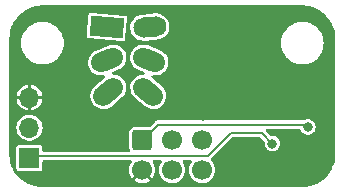
<source format=gbl>
G04 #@! TF.GenerationSoftware,KiCad,Pcbnew,7.0.9*
G04 #@! TF.CreationDate,2025-02-16T20:28:53+01:00*
G04 #@! TF.ProjectId,sao_pcb,73616f5f-7063-4622-9e6b-696361645f70,rev?*
G04 #@! TF.SameCoordinates,Original*
G04 #@! TF.FileFunction,Copper,L2,Bot*
G04 #@! TF.FilePolarity,Positive*
%FSLAX46Y46*%
G04 Gerber Fmt 4.6, Leading zero omitted, Abs format (unit mm)*
G04 Created by KiCad (PCBNEW 7.0.9) date 2025-02-16 20:28:53*
%MOMM*%
%LPD*%
G01*
G04 APERTURE LIST*
G04 Aperture macros list*
%AMRoundRect*
0 Rectangle with rounded corners*
0 $1 Rounding radius*
0 $2 $3 $4 $5 $6 $7 $8 $9 X,Y pos of 4 corners*
0 Add a 4 corners polygon primitive as box body*
4,1,4,$2,$3,$4,$5,$6,$7,$8,$9,$2,$3,0*
0 Add four circle primitives for the rounded corners*
1,1,$1+$1,$2,$3*
1,1,$1+$1,$4,$5*
1,1,$1+$1,$6,$7*
1,1,$1+$1,$8,$9*
0 Add four rect primitives between the rounded corners*
20,1,$1+$1,$2,$3,$4,$5,0*
20,1,$1+$1,$4,$5,$6,$7,0*
20,1,$1+$1,$6,$7,$8,$9,0*
20,1,$1+$1,$8,$9,$2,$3,0*%
%AMHorizOval*
0 Thick line with rounded ends*
0 $1 width*
0 $2 $3 position (X,Y) of the first rounded end (center of the circle)*
0 $4 $5 position (X,Y) of the second rounded end (center of the circle)*
0 Add line between two ends*
20,1,$1,$2,$3,$4,$5,0*
0 Add two circle primitives to create the rounded ends*
1,1,$1,$2,$3*
1,1,$1,$4,$5*%
%AMRotRect*
0 Rectangle, with rotation*
0 The origin of the aperture is its center*
0 $1 length*
0 $2 width*
0 $3 Rotation angle, in degrees counterclockwise*
0 Add horizontal line*
21,1,$1,$2,0,0,$3*%
G04 Aperture macros list end*
G04 #@! TA.AperFunction,ComponentPad*
%ADD10RotRect,2.800000X1.700000X355.000000*%
G04 #@! TD*
G04 #@! TA.AperFunction,ComponentPad*
%ADD11HorizOval,1.700000X0.547907X0.047936X-0.547907X-0.047936X0*%
G04 #@! TD*
G04 #@! TA.AperFunction,ComponentPad*
%ADD12HorizOval,1.700000X0.509951X0.206034X-0.509951X-0.206034X0*%
G04 #@! TD*
G04 #@! TA.AperFunction,ComponentPad*
%ADD13HorizOval,1.700000X0.509951X-0.206034X-0.509951X0.206034X0*%
G04 #@! TD*
G04 #@! TA.AperFunction,ComponentPad*
%ADD14HorizOval,1.700000X0.421324X0.353533X-0.421324X-0.353533X0*%
G04 #@! TD*
G04 #@! TA.AperFunction,ComponentPad*
%ADD15HorizOval,1.700000X0.421324X-0.353533X-0.421324X0.353533X0*%
G04 #@! TD*
G04 #@! TA.AperFunction,ComponentPad*
%ADD16C,1.700000*%
G04 #@! TD*
G04 #@! TA.AperFunction,ComponentPad*
%ADD17RoundRect,0.250000X-0.600000X0.600000X-0.600000X-0.600000X0.600000X-0.600000X0.600000X0.600000X0*%
G04 #@! TD*
G04 #@! TA.AperFunction,ComponentPad*
%ADD18O,1.700000X1.700000*%
G04 #@! TD*
G04 #@! TA.AperFunction,ComponentPad*
%ADD19R,1.700000X1.700000*%
G04 #@! TD*
G04 #@! TA.AperFunction,ViaPad*
%ADD20C,0.800000*%
G04 #@! TD*
G04 #@! TA.AperFunction,Conductor*
%ADD21C,0.200000*%
G04 #@! TD*
G04 APERTURE END LIST*
D10*
X149452093Y-75635030D03*
D11*
X153087907Y-75635030D03*
D12*
X149490049Y-78429000D03*
D13*
X153049951Y-78429000D03*
D14*
X149578676Y-81116499D03*
D15*
X152961324Y-81116499D03*
D16*
X157535000Y-87740000D03*
X157535000Y-85200000D03*
X154995000Y-87740000D03*
X154995000Y-85200000D03*
X152455000Y-87740000D03*
D17*
X152455000Y-85200000D03*
D18*
X142900000Y-81620000D03*
X142900000Y-84160000D03*
D19*
X142900000Y-86700000D03*
D20*
X141700000Y-85200000D03*
X159500000Y-88500000D03*
X154300000Y-83000000D03*
X145300000Y-82000000D03*
X146500000Y-78300000D03*
X146300000Y-74600000D03*
X157500000Y-80400000D03*
X157400000Y-76800000D03*
X157600000Y-83200000D03*
X160100000Y-82200000D03*
X160100000Y-75400000D03*
X160100000Y-78700000D03*
X151200000Y-82500000D03*
X141800000Y-78500000D03*
X144200000Y-88699998D03*
X156500000Y-74300000D03*
X168000000Y-87300000D03*
X164000000Y-79200000D03*
X168200000Y-79200000D03*
X164900000Y-74500000D03*
X162800000Y-74500000D03*
X168200000Y-81600000D03*
X166465000Y-84100000D03*
X163465000Y-85500000D03*
D21*
X158011346Y-86550000D02*
X143050000Y-86550000D01*
X159961346Y-84600000D02*
X158011346Y-86550000D01*
X163465000Y-85500000D02*
X162565000Y-84600000D01*
X162565000Y-84600000D02*
X159961346Y-84600000D01*
X143050000Y-86550000D02*
X142900000Y-86700000D01*
X152455000Y-85200000D02*
X153755000Y-83900000D01*
X166265000Y-83900000D02*
X166465000Y-84100000D01*
X153755000Y-83900000D02*
X166265000Y-83900000D01*
G04 #@! TA.AperFunction,Conductor*
G36*
X166001735Y-73800598D02*
G01*
X166148378Y-73808832D01*
X166309976Y-73817908D01*
X166316867Y-73818684D01*
X166575799Y-73862678D01*
X166619509Y-73870105D01*
X166626293Y-73871653D01*
X166921270Y-73956635D01*
X166927834Y-73958932D01*
X167211449Y-74076408D01*
X167217697Y-74079418D01*
X167409275Y-74185299D01*
X167486373Y-74227910D01*
X167492265Y-74231612D01*
X167742623Y-74409250D01*
X167748050Y-74413578D01*
X167898816Y-74548311D01*
X167976946Y-74618133D01*
X167981866Y-74623053D01*
X168036094Y-74683733D01*
X168186420Y-74851947D01*
X168190749Y-74857376D01*
X168368387Y-75107734D01*
X168372089Y-75113626D01*
X168520577Y-75382293D01*
X168523594Y-75388558D01*
X168543390Y-75436349D01*
X168641066Y-75672162D01*
X168643364Y-75678729D01*
X168728346Y-75973706D01*
X168729894Y-75980490D01*
X168781313Y-76283118D01*
X168782092Y-76290032D01*
X168799402Y-76598264D01*
X168799500Y-76601741D01*
X168799500Y-86398258D01*
X168799402Y-86401735D01*
X168782092Y-86709967D01*
X168781313Y-86716881D01*
X168729894Y-87019509D01*
X168728346Y-87026293D01*
X168643364Y-87321270D01*
X168641066Y-87327837D01*
X168523596Y-87611437D01*
X168520577Y-87617706D01*
X168372089Y-87886373D01*
X168368387Y-87892265D01*
X168190749Y-88142623D01*
X168186411Y-88148063D01*
X167981866Y-88376946D01*
X167976946Y-88381866D01*
X167748063Y-88586411D01*
X167742623Y-88590749D01*
X167492265Y-88768387D01*
X167486373Y-88772089D01*
X167217706Y-88920577D01*
X167211437Y-88923596D01*
X166927837Y-89041066D01*
X166921270Y-89043364D01*
X166626293Y-89128346D01*
X166619509Y-89129894D01*
X166316881Y-89181313D01*
X166309967Y-89182092D01*
X166001735Y-89199402D01*
X165998258Y-89199500D01*
X144001742Y-89199500D01*
X143998265Y-89199402D01*
X143690032Y-89182092D01*
X143683118Y-89181313D01*
X143380490Y-89129894D01*
X143373706Y-89128346D01*
X143078729Y-89043364D01*
X143072162Y-89041066D01*
X142892557Y-88966672D01*
X142788558Y-88923594D01*
X142782293Y-88920577D01*
X142513626Y-88772089D01*
X142507734Y-88768387D01*
X142257376Y-88590749D01*
X142251947Y-88586420D01*
X142062260Y-88416904D01*
X142023053Y-88381866D01*
X142018133Y-88376946D01*
X141895749Y-88240000D01*
X141813578Y-88148050D01*
X141809250Y-88142623D01*
X141631612Y-87892265D01*
X141627910Y-87886373D01*
X141547012Y-87740000D01*
X141479418Y-87617697D01*
X141476408Y-87611449D01*
X141461177Y-87574678D01*
X141799500Y-87574678D01*
X141814032Y-87647735D01*
X141814033Y-87647739D01*
X141814034Y-87647740D01*
X141869399Y-87730601D01*
X141952260Y-87785966D01*
X141952264Y-87785967D01*
X142025321Y-87800499D01*
X142025324Y-87800500D01*
X142025326Y-87800500D01*
X143774676Y-87800500D01*
X143774677Y-87800499D01*
X143847740Y-87785966D01*
X143930601Y-87730601D01*
X143985966Y-87647740D01*
X144000500Y-87574674D01*
X144000500Y-87024500D01*
X144020185Y-86957461D01*
X144072989Y-86911706D01*
X144124500Y-86900500D01*
X151461518Y-86900500D01*
X151528557Y-86920185D01*
X151574312Y-86972989D01*
X151584256Y-87042147D01*
X151560472Y-87099226D01*
X151515755Y-87158440D01*
X151424886Y-87340930D01*
X151424883Y-87340936D01*
X151369097Y-87537007D01*
X151369096Y-87537010D01*
X151350287Y-87739999D01*
X151350287Y-87740000D01*
X151369096Y-87942989D01*
X151369097Y-87942992D01*
X151424883Y-88139063D01*
X151424886Y-88139069D01*
X151515754Y-88321556D01*
X151593592Y-88424630D01*
X152024016Y-87994205D01*
X152073239Y-88070798D01*
X152181900Y-88164952D01*
X152199010Y-88172766D01*
X151768826Y-88602949D01*
X151789263Y-88621580D01*
X151962584Y-88728897D01*
X152152678Y-88802539D01*
X152353072Y-88840000D01*
X152556928Y-88840000D01*
X152757321Y-88802539D01*
X152947414Y-88728897D01*
X153120742Y-88621576D01*
X153120744Y-88621575D01*
X153141172Y-88602950D01*
X153141173Y-88602949D01*
X152710989Y-88172765D01*
X152728100Y-88164952D01*
X152836761Y-88070798D01*
X152885982Y-87994206D01*
X153316406Y-88424630D01*
X153394244Y-88321558D01*
X153394249Y-88321550D01*
X153485113Y-88139069D01*
X153485116Y-88139063D01*
X153540902Y-87942992D01*
X153540903Y-87942989D01*
X153559713Y-87740000D01*
X153559713Y-87739999D01*
X153540903Y-87537010D01*
X153540902Y-87537007D01*
X153485116Y-87340936D01*
X153485113Y-87340930D01*
X153394244Y-87158440D01*
X153349528Y-87099226D01*
X153324836Y-87033865D01*
X153339401Y-86965530D01*
X153388599Y-86915918D01*
X153448482Y-86900500D01*
X154000891Y-86900500D01*
X154067930Y-86920185D01*
X154113685Y-86972989D01*
X154123629Y-87042147D01*
X154099845Y-87099226D01*
X154055328Y-87158175D01*
X153964422Y-87340739D01*
X153964417Y-87340752D01*
X153908602Y-87536917D01*
X153889785Y-87739999D01*
X153889785Y-87740000D01*
X153908602Y-87943082D01*
X153964417Y-88139247D01*
X153964422Y-88139260D01*
X154055327Y-88321821D01*
X154178237Y-88484581D01*
X154328958Y-88621980D01*
X154328960Y-88621982D01*
X154400377Y-88666201D01*
X154502363Y-88729348D01*
X154692544Y-88803024D01*
X154893024Y-88840500D01*
X154893026Y-88840500D01*
X155096974Y-88840500D01*
X155096976Y-88840500D01*
X155297456Y-88803024D01*
X155487637Y-88729348D01*
X155661041Y-88621981D01*
X155811764Y-88484579D01*
X155934673Y-88321821D01*
X156025582Y-88139250D01*
X156081397Y-87943083D01*
X156100215Y-87740000D01*
X156081397Y-87536917D01*
X156025582Y-87340750D01*
X156019152Y-87327837D01*
X155934671Y-87158175D01*
X155890155Y-87099226D01*
X155865463Y-87033865D01*
X155880028Y-86965530D01*
X155929226Y-86915918D01*
X155989109Y-86900500D01*
X156540891Y-86900500D01*
X156607930Y-86920185D01*
X156653685Y-86972989D01*
X156663629Y-87042147D01*
X156639845Y-87099226D01*
X156595328Y-87158175D01*
X156504422Y-87340739D01*
X156504417Y-87340752D01*
X156448602Y-87536917D01*
X156429785Y-87739999D01*
X156429785Y-87740000D01*
X156448602Y-87943082D01*
X156504417Y-88139247D01*
X156504422Y-88139260D01*
X156595327Y-88321821D01*
X156718237Y-88484581D01*
X156868958Y-88621980D01*
X156868960Y-88621982D01*
X156940377Y-88666201D01*
X157042363Y-88729348D01*
X157232544Y-88803024D01*
X157433024Y-88840500D01*
X157433026Y-88840500D01*
X157636974Y-88840500D01*
X157636976Y-88840500D01*
X157837456Y-88803024D01*
X158027637Y-88729348D01*
X158201041Y-88621981D01*
X158351764Y-88484579D01*
X158474673Y-88321821D01*
X158565582Y-88139250D01*
X158621397Y-87943083D01*
X158640215Y-87740000D01*
X158621397Y-87536917D01*
X158565582Y-87340750D01*
X158559152Y-87327837D01*
X158510180Y-87229487D01*
X158474673Y-87158179D01*
X158351764Y-86995421D01*
X158295948Y-86944538D01*
X158259667Y-86884826D01*
X158261428Y-86814979D01*
X158291804Y-86765222D01*
X160070209Y-84986819D01*
X160131532Y-84953334D01*
X160157890Y-84950500D01*
X162368456Y-84950500D01*
X162435495Y-84970185D01*
X162456137Y-84986819D01*
X162784309Y-85314991D01*
X162817794Y-85376314D01*
X162819724Y-85417617D01*
X162809722Y-85499999D01*
X162809722Y-85500000D01*
X162828762Y-85656818D01*
X162876170Y-85781821D01*
X162884780Y-85804523D01*
X162974517Y-85934530D01*
X163092760Y-86039283D01*
X163092762Y-86039284D01*
X163232634Y-86112696D01*
X163386014Y-86150500D01*
X163386015Y-86150500D01*
X163543985Y-86150500D01*
X163697365Y-86112696D01*
X163718013Y-86101859D01*
X163837240Y-86039283D01*
X163955483Y-85934530D01*
X164045220Y-85804523D01*
X164101237Y-85656818D01*
X164120278Y-85500000D01*
X164101237Y-85343182D01*
X164045220Y-85195477D01*
X163955483Y-85065470D01*
X163837240Y-84960717D01*
X163837238Y-84960716D01*
X163837237Y-84960715D01*
X163697365Y-84887303D01*
X163543986Y-84849500D01*
X163543985Y-84849500D01*
X163386015Y-84849500D01*
X163386013Y-84849500D01*
X163378572Y-84850404D01*
X163378184Y-84847209D01*
X163322662Y-84844476D01*
X163275724Y-84815042D01*
X162922863Y-84462181D01*
X162889378Y-84400858D01*
X162894362Y-84331166D01*
X162936234Y-84275233D01*
X163001698Y-84250816D01*
X163010544Y-84250500D01*
X165740776Y-84250500D01*
X165807815Y-84270185D01*
X165853570Y-84322989D01*
X165856716Y-84330524D01*
X165884780Y-84404523D01*
X165974517Y-84534530D01*
X166092760Y-84639283D01*
X166092762Y-84639284D01*
X166232634Y-84712696D01*
X166386014Y-84750500D01*
X166386015Y-84750500D01*
X166543985Y-84750500D01*
X166697365Y-84712696D01*
X166823405Y-84646544D01*
X166837240Y-84639283D01*
X166955483Y-84534530D01*
X167045220Y-84404523D01*
X167101237Y-84256818D01*
X167120278Y-84100000D01*
X167120218Y-84099501D01*
X167101237Y-83943181D01*
X167079992Y-83887164D01*
X167045220Y-83795477D01*
X166955483Y-83665470D01*
X166837240Y-83560717D01*
X166837238Y-83560716D01*
X166837237Y-83560715D01*
X166697365Y-83487303D01*
X166543986Y-83449500D01*
X166543985Y-83449500D01*
X166386015Y-83449500D01*
X166386014Y-83449500D01*
X166232636Y-83487303D01*
X166186763Y-83511379D01*
X166141194Y-83535296D01*
X166083569Y-83549500D01*
X153804211Y-83549500D01*
X153778765Y-83546861D01*
X153769685Y-83544957D01*
X153769684Y-83544957D01*
X153769682Y-83544957D01*
X153737061Y-83549023D01*
X153729385Y-83549500D01*
X153725958Y-83549500D01*
X153704456Y-83553088D01*
X153653606Y-83559427D01*
X153646560Y-83561524D01*
X153639618Y-83563908D01*
X153594546Y-83588300D01*
X153548514Y-83610803D01*
X153542529Y-83615075D01*
X153536746Y-83619577D01*
X153502031Y-83657287D01*
X153096136Y-84063181D01*
X153034813Y-84096666D01*
X153008455Y-84099500D01*
X151807129Y-84099500D01*
X151807123Y-84099501D01*
X151747516Y-84105908D01*
X151612671Y-84156202D01*
X151612664Y-84156206D01*
X151497455Y-84242452D01*
X151497452Y-84242455D01*
X151411206Y-84357664D01*
X151411202Y-84357671D01*
X151360908Y-84492517D01*
X151354501Y-84552116D01*
X151354500Y-84552135D01*
X151354500Y-85847870D01*
X151354501Y-85847876D01*
X151360908Y-85907483D01*
X151407413Y-86032167D01*
X151412397Y-86101859D01*
X151378912Y-86163182D01*
X151317589Y-86196666D01*
X151291231Y-86199500D01*
X144124500Y-86199500D01*
X144057461Y-86179815D01*
X144011706Y-86127011D01*
X144000500Y-86075500D01*
X144000500Y-85825323D01*
X144000499Y-85825321D01*
X143985967Y-85752264D01*
X143985966Y-85752260D01*
X143930601Y-85669399D01*
X143847740Y-85614034D01*
X143847739Y-85614033D01*
X143847735Y-85614032D01*
X143774677Y-85599500D01*
X143774674Y-85599500D01*
X142025326Y-85599500D01*
X142025323Y-85599500D01*
X141952264Y-85614032D01*
X141952260Y-85614033D01*
X141869399Y-85669399D01*
X141814033Y-85752260D01*
X141814032Y-85752264D01*
X141799500Y-85825321D01*
X141799500Y-87574678D01*
X141461177Y-87574678D01*
X141358932Y-87327834D01*
X141356635Y-87321270D01*
X141271653Y-87026293D01*
X141270105Y-87019509D01*
X141252504Y-86915918D01*
X141218684Y-86716867D01*
X141217908Y-86709976D01*
X141208832Y-86548378D01*
X141200598Y-86401735D01*
X141200500Y-86398258D01*
X141200500Y-84160000D01*
X141794785Y-84160000D01*
X141813602Y-84363082D01*
X141869417Y-84559247D01*
X141869422Y-84559260D01*
X141960327Y-84741821D01*
X142083237Y-84904581D01*
X142233958Y-85041980D01*
X142233960Y-85041982D01*
X142333141Y-85103392D01*
X142407363Y-85149348D01*
X142597544Y-85223024D01*
X142798024Y-85260500D01*
X142798026Y-85260500D01*
X143001974Y-85260500D01*
X143001976Y-85260500D01*
X143202456Y-85223024D01*
X143392637Y-85149348D01*
X143566041Y-85041981D01*
X143716764Y-84904579D01*
X143839673Y-84741821D01*
X143930582Y-84559250D01*
X143986397Y-84363083D01*
X144005215Y-84160000D01*
X144004863Y-84156206D01*
X143986397Y-83956917D01*
X143982489Y-83943181D01*
X143930582Y-83760750D01*
X143839673Y-83578179D01*
X143780704Y-83500091D01*
X143716762Y-83415418D01*
X143566041Y-83278019D01*
X143566039Y-83278017D01*
X143392642Y-83170655D01*
X143392635Y-83170651D01*
X143297546Y-83133814D01*
X143202456Y-83096976D01*
X143001976Y-83059500D01*
X142798024Y-83059500D01*
X142597544Y-83096976D01*
X142597541Y-83096976D01*
X142597541Y-83096977D01*
X142407364Y-83170651D01*
X142407357Y-83170655D01*
X142233960Y-83278017D01*
X142233958Y-83278019D01*
X142083237Y-83415418D01*
X141960327Y-83578178D01*
X141869422Y-83760739D01*
X141869417Y-83760752D01*
X141813602Y-83956917D01*
X141794785Y-84159999D01*
X141794785Y-84160000D01*
X141200500Y-84160000D01*
X141200500Y-81494999D01*
X141806869Y-81494999D01*
X141806870Y-81495000D01*
X142415595Y-81495000D01*
X142400000Y-81548111D01*
X142400000Y-81691889D01*
X142415595Y-81745000D01*
X141806870Y-81745000D01*
X141814097Y-81822989D01*
X141814097Y-81822992D01*
X141869883Y-82019063D01*
X141869886Y-82019069D01*
X141960754Y-82201556D01*
X142083608Y-82364242D01*
X142234260Y-82501578D01*
X142407584Y-82608897D01*
X142597678Y-82682539D01*
X142775000Y-82715686D01*
X142775000Y-82107169D01*
X142864237Y-82120000D01*
X142935763Y-82120000D01*
X143025000Y-82107169D01*
X143025000Y-82715686D01*
X143202321Y-82682539D01*
X143392415Y-82608897D01*
X143565739Y-82501578D01*
X143716391Y-82364242D01*
X143839245Y-82201556D01*
X143930113Y-82019069D01*
X143930116Y-82019063D01*
X143985902Y-81822992D01*
X143985902Y-81822989D01*
X143993130Y-81745000D01*
X143384405Y-81745000D01*
X143400000Y-81691889D01*
X143400000Y-81548111D01*
X143384405Y-81495000D01*
X143993130Y-81495000D01*
X143993130Y-81494999D01*
X143985902Y-81417010D01*
X143985902Y-81417007D01*
X143930116Y-81220936D01*
X143930113Y-81220930D01*
X143839245Y-81038443D01*
X143716391Y-80875757D01*
X143565739Y-80738421D01*
X143392415Y-80631102D01*
X143202321Y-80557460D01*
X143025000Y-80524312D01*
X143025000Y-81132830D01*
X142935763Y-81120000D01*
X142864237Y-81120000D01*
X142775000Y-81132830D01*
X142775000Y-80524312D01*
X142597678Y-80557460D01*
X142407584Y-80631102D01*
X142234260Y-80738421D01*
X142083608Y-80875757D01*
X141960754Y-81038443D01*
X141869886Y-81220930D01*
X141869883Y-81220936D01*
X141814097Y-81417007D01*
X141814097Y-81417010D01*
X141806869Y-81494999D01*
X141200500Y-81494999D01*
X141200500Y-77000004D01*
X142194451Y-77000004D01*
X142214616Y-77269101D01*
X142274664Y-77532188D01*
X142274666Y-77532195D01*
X142364282Y-77760532D01*
X142373257Y-77783398D01*
X142508185Y-78017102D01*
X142644080Y-78187509D01*
X142676442Y-78228089D01*
X142837813Y-78377818D01*
X142874259Y-78411635D01*
X143097226Y-78563651D01*
X143340359Y-78680738D01*
X143598228Y-78760280D01*
X143598229Y-78760280D01*
X143598232Y-78760281D01*
X143865063Y-78800499D01*
X143865068Y-78800499D01*
X143865071Y-78800500D01*
X143865072Y-78800500D01*
X144134928Y-78800500D01*
X144134929Y-78800500D01*
X144165893Y-78795833D01*
X144401767Y-78760281D01*
X144401768Y-78760280D01*
X144401772Y-78760280D01*
X144659641Y-78680738D01*
X144856497Y-78585937D01*
X147875681Y-78585937D01*
X147881028Y-78691140D01*
X147886349Y-78795836D01*
X147936547Y-78999924D01*
X147936548Y-78999926D01*
X147936548Y-78999927D01*
X148024463Y-79190827D01*
X148146908Y-79361626D01*
X148146913Y-79361632D01*
X148146915Y-79361635D01*
X148299481Y-79506185D01*
X148476647Y-79619250D01*
X148672010Y-79696742D01*
X148878507Y-79735862D01*
X148878512Y-79735861D01*
X148878513Y-79735862D01*
X148952683Y-79735626D01*
X149088675Y-79735195D01*
X149169993Y-79719254D01*
X149239566Y-79725675D01*
X149294624Y-79768690D01*
X149317686Y-79834644D01*
X149301430Y-79902597D01*
X149273552Y-79935927D01*
X148409804Y-80660698D01*
X148409800Y-80660701D01*
X148409800Y-80660702D01*
X148299318Y-80772951D01*
X148294292Y-80780506D01*
X148182900Y-80947934D01*
X148182898Y-80947936D01*
X148182898Y-80947938D01*
X148101701Y-81141784D01*
X148090556Y-81195048D01*
X148080395Y-81243615D01*
X148058657Y-81347506D01*
X148055322Y-81557642D01*
X148055322Y-81557645D01*
X148091816Y-81764615D01*
X148091817Y-81764618D01*
X148166821Y-81960943D01*
X148166823Y-81960947D01*
X148166825Y-81960951D01*
X148277633Y-82139538D01*
X148420235Y-82293927D01*
X148589479Y-82418538D01*
X148779247Y-82508868D01*
X148982680Y-82561652D01*
X148982682Y-82561652D01*
X148982686Y-82561653D01*
X149114662Y-82570039D01*
X149192428Y-82574981D01*
X149192436Y-82574980D01*
X149400902Y-82548376D01*
X149400903Y-82548375D01*
X149400907Y-82548375D01*
X149600583Y-82482795D01*
X149784240Y-82380611D01*
X150747548Y-81572300D01*
X150858034Y-81460046D01*
X150974452Y-81285064D01*
X151055651Y-81091213D01*
X151098694Y-80885498D01*
X151100360Y-80780506D01*
X151434632Y-80780506D01*
X151457929Y-80989382D01*
X151520333Y-81190077D01*
X151619584Y-81375321D01*
X151619589Y-81375328D01*
X151716812Y-81495000D01*
X151752112Y-81538450D01*
X152715420Y-82346762D01*
X152845154Y-82436077D01*
X153037693Y-82520341D01*
X153242695Y-82566643D01*
X153242699Y-82566644D01*
X153452763Y-82573312D01*
X153660294Y-82540105D01*
X153857789Y-82468223D01*
X154038111Y-82360264D01*
X154194743Y-82220128D01*
X154322025Y-82052883D01*
X154415354Y-81864572D01*
X154471359Y-81662001D01*
X154488015Y-81452493D01*
X154464719Y-81243617D01*
X154402316Y-81042925D01*
X154402314Y-81042923D01*
X154402314Y-81042920D01*
X154303063Y-80857676D01*
X154303058Y-80857669D01*
X154170536Y-80694548D01*
X153781873Y-80368421D01*
X153271103Y-79939834D01*
X153232403Y-79881664D01*
X153231295Y-79811803D01*
X153268132Y-79752433D01*
X153331219Y-79722404D01*
X153362986Y-79721446D01*
X153493154Y-79734292D01*
X153556390Y-79740534D01*
X153556391Y-79740533D01*
X153556393Y-79740534D01*
X153648228Y-79732059D01*
X153765667Y-79721222D01*
X153765669Y-79721221D01*
X153765674Y-79721221D01*
X153967517Y-79662649D01*
X154154629Y-79566937D01*
X154320245Y-79437544D01*
X154458381Y-79279146D01*
X154564043Y-79097467D01*
X154633413Y-78899076D01*
X154663983Y-78691140D01*
X154654649Y-78481178D01*
X154605749Y-78276777D01*
X154519047Y-78085323D01*
X154519043Y-78085318D01*
X154519042Y-78085315D01*
X154429645Y-77958928D01*
X154397681Y-77913737D01*
X154246035Y-77768221D01*
X154246034Y-77768220D01*
X154069590Y-77654034D01*
X154069588Y-77654033D01*
X152903652Y-77182963D01*
X152752661Y-77138107D01*
X152752662Y-77138107D01*
X152543511Y-77117465D01*
X152334234Y-77136777D01*
X152334225Y-77136779D01*
X152132389Y-77195349D01*
X152132385Y-77195350D01*
X152132385Y-77195351D01*
X151945273Y-77291063D01*
X151945272Y-77291064D01*
X151779658Y-77420455D01*
X151641522Y-77578852D01*
X151535859Y-77760532D01*
X151466488Y-77958928D01*
X151435919Y-78166858D01*
X151435919Y-78166859D01*
X151445253Y-78376823D01*
X151494152Y-78581221D01*
X151494153Y-78581223D01*
X151575241Y-78760281D01*
X151580855Y-78772676D01*
X151580859Y-78772684D01*
X151665378Y-78892175D01*
X151702221Y-78944263D01*
X151853867Y-79089779D01*
X152030312Y-79203966D01*
X152562847Y-79419124D01*
X152570917Y-79422385D01*
X152625701Y-79465750D01*
X152648344Y-79531849D01*
X152631656Y-79599697D01*
X152580936Y-79647751D01*
X152520533Y-79661293D01*
X152469885Y-79659686D01*
X152469884Y-79659686D01*
X152469879Y-79659686D01*
X152262363Y-79692891D01*
X152262357Y-79692892D01*
X152262354Y-79692893D01*
X152262349Y-79692894D01*
X152262348Y-79692895D01*
X152064863Y-79764772D01*
X152064859Y-79764774D01*
X151884542Y-79872730D01*
X151884535Y-79872735D01*
X151727904Y-80012869D01*
X151600623Y-80180114D01*
X151600622Y-80180115D01*
X151507295Y-80368421D01*
X151507293Y-80368427D01*
X151451288Y-80570997D01*
X151434632Y-80780506D01*
X151100360Y-80780506D01*
X151102029Y-80675354D01*
X151094226Y-80631102D01*
X151065535Y-80468382D01*
X151065534Y-80468379D01*
X151065534Y-80468377D01*
X150990527Y-80272047D01*
X150879719Y-80093461D01*
X150737117Y-79939071D01*
X150567873Y-79814460D01*
X150432880Y-79750203D01*
X150378106Y-79724130D01*
X150257713Y-79692893D01*
X150174672Y-79671347D01*
X150174670Y-79671346D01*
X150174667Y-79671346D01*
X150008467Y-79660783D01*
X149942811Y-79636886D01*
X149900497Y-79581286D01*
X149894961Y-79511636D01*
X149927958Y-79450050D01*
X149969877Y-79422064D01*
X150460863Y-79223693D01*
X150600630Y-79151075D01*
X150765422Y-79020633D01*
X150902550Y-78861361D01*
X150953377Y-78772677D01*
X151007052Y-78679024D01*
X151007053Y-78679020D01*
X151007056Y-78679016D01*
X151075166Y-78480187D01*
X151104416Y-78272063D01*
X151093749Y-78062164D01*
X151043551Y-77858076D01*
X150955637Y-77667177D01*
X150955635Y-77667174D01*
X150955634Y-77667172D01*
X150833189Y-77496373D01*
X150833181Y-77496363D01*
X150680619Y-77351817D01*
X150680617Y-77351815D01*
X150503451Y-77238750D01*
X150308088Y-77161258D01*
X150308085Y-77161257D01*
X150308084Y-77161257D01*
X150308080Y-77161256D01*
X150101591Y-77122138D01*
X150101584Y-77122137D01*
X149891432Y-77122804D01*
X149891421Y-77122805D01*
X149685178Y-77163234D01*
X149685176Y-77163235D01*
X148519242Y-77634304D01*
X148519220Y-77634314D01*
X148379468Y-77706924D01*
X148379465Y-77706926D01*
X148214678Y-77837364D01*
X148077549Y-77996637D01*
X148077546Y-77996640D01*
X147973045Y-78178975D01*
X147973040Y-78178987D01*
X147904932Y-78377811D01*
X147904931Y-78377818D01*
X147875681Y-78585937D01*
X144856497Y-78585937D01*
X144866286Y-78581223D01*
X144902767Y-78563655D01*
X144902767Y-78563654D01*
X144902775Y-78563651D01*
X145125741Y-78411635D01*
X145323561Y-78228085D01*
X145491815Y-78017102D01*
X145626743Y-77783398D01*
X145725334Y-77532195D01*
X145785383Y-77269103D01*
X145793465Y-77161256D01*
X145805549Y-77000004D01*
X164194451Y-77000004D01*
X164214616Y-77269101D01*
X164274664Y-77532188D01*
X164274666Y-77532195D01*
X164364282Y-77760532D01*
X164373257Y-77783398D01*
X164508185Y-78017102D01*
X164644080Y-78187509D01*
X164676442Y-78228089D01*
X164837813Y-78377818D01*
X164874259Y-78411635D01*
X165097226Y-78563651D01*
X165340359Y-78680738D01*
X165598228Y-78760280D01*
X165598229Y-78760280D01*
X165598232Y-78760281D01*
X165865063Y-78800499D01*
X165865068Y-78800499D01*
X165865071Y-78800500D01*
X165865072Y-78800500D01*
X166134928Y-78800500D01*
X166134929Y-78800500D01*
X166165893Y-78795833D01*
X166401767Y-78760281D01*
X166401768Y-78760280D01*
X166401772Y-78760280D01*
X166659641Y-78680738D01*
X166866286Y-78581223D01*
X166902767Y-78563655D01*
X166902767Y-78563654D01*
X166902775Y-78563651D01*
X167125741Y-78411635D01*
X167323561Y-78228085D01*
X167491815Y-78017102D01*
X167626743Y-77783398D01*
X167725334Y-77532195D01*
X167785383Y-77269103D01*
X167793465Y-77161256D01*
X167805549Y-77000004D01*
X167805549Y-76999995D01*
X167785383Y-76730898D01*
X167783295Y-76721748D01*
X167725334Y-76467805D01*
X167626743Y-76216602D01*
X167491815Y-75982898D01*
X167323561Y-75771915D01*
X167323560Y-75771914D01*
X167323557Y-75771910D01*
X167125741Y-75588365D01*
X167059574Y-75543253D01*
X166902775Y-75436349D01*
X166902769Y-75436346D01*
X166902768Y-75436345D01*
X166902767Y-75436344D01*
X166659643Y-75319263D01*
X166659645Y-75319263D01*
X166401773Y-75239720D01*
X166401767Y-75239718D01*
X166134936Y-75199500D01*
X166134929Y-75199500D01*
X165865071Y-75199500D01*
X165865063Y-75199500D01*
X165598232Y-75239718D01*
X165598226Y-75239720D01*
X165340358Y-75319262D01*
X165097230Y-75436346D01*
X164874258Y-75588365D01*
X164676442Y-75771910D01*
X164508185Y-75982898D01*
X164373258Y-76216599D01*
X164373256Y-76216603D01*
X164274666Y-76467804D01*
X164274664Y-76467811D01*
X164214616Y-76730898D01*
X164194451Y-76999995D01*
X164194451Y-77000004D01*
X145805549Y-77000004D01*
X145805549Y-76999995D01*
X145785383Y-76730898D01*
X145783295Y-76721748D01*
X145725334Y-76467805D01*
X145684016Y-76362530D01*
X147731641Y-76362530D01*
X147739750Y-76436579D01*
X147787684Y-76523951D01*
X147865404Y-76586327D01*
X147936925Y-76607174D01*
X150775431Y-76855511D01*
X150849485Y-76847400D01*
X150936857Y-76799468D01*
X150999233Y-76721747D01*
X151020079Y-76650226D01*
X151100868Y-75726805D01*
X151435362Y-75726805D01*
X151463621Y-75935070D01*
X151517257Y-76094109D01*
X151530785Y-76134219D01*
X151634423Y-76317059D01*
X151770790Y-76476981D01*
X151907586Y-76586325D01*
X151934960Y-76608206D01*
X152014960Y-76650256D01*
X152120997Y-76705991D01*
X152322177Y-76766800D01*
X152531230Y-76788437D01*
X153564757Y-76698014D01*
X153783957Y-76678837D01*
X153938839Y-76650258D01*
X153938841Y-76650257D01*
X153938847Y-76650256D01*
X154134576Y-76573694D01*
X154312278Y-76461474D01*
X154465530Y-76317651D01*
X154465532Y-76317649D01*
X154588792Y-76147429D01*
X154588796Y-76147424D01*
X154677617Y-75956946D01*
X154728786Y-75753099D01*
X154740451Y-75543253D01*
X154719024Y-75385342D01*
X154712192Y-75334989D01*
X154680061Y-75239718D01*
X154645029Y-75135841D01*
X154541391Y-74953001D01*
X154405024Y-74793079D01*
X154323633Y-74728021D01*
X154240853Y-74661853D01*
X154054820Y-74564070D01*
X154054815Y-74564068D01*
X153853643Y-74503261D01*
X153853630Y-74503259D01*
X153734266Y-74490905D01*
X153644584Y-74481623D01*
X153644582Y-74481623D01*
X153644581Y-74481623D01*
X152391856Y-74591222D01*
X152236974Y-74619801D01*
X152041236Y-74696366D01*
X151863537Y-74808584D01*
X151710284Y-74952407D01*
X151710281Y-74952410D01*
X151587021Y-75122630D01*
X151587017Y-75122637D01*
X151498198Y-75313109D01*
X151498196Y-75313115D01*
X151447028Y-75516960D01*
X151435362Y-75726805D01*
X151100868Y-75726805D01*
X151172545Y-74907535D01*
X151164435Y-74833480D01*
X151116502Y-74746109D01*
X151038782Y-74683733D01*
X150967261Y-74662886D01*
X150967259Y-74662885D01*
X148128760Y-74414549D01*
X148128753Y-74414549D01*
X148054700Y-74422660D01*
X148054698Y-74422661D01*
X147967329Y-74470591D01*
X147904953Y-74548311D01*
X147904952Y-74548314D01*
X147884109Y-74619824D01*
X147884106Y-74619838D01*
X147731641Y-76362518D01*
X147731641Y-76362530D01*
X145684016Y-76362530D01*
X145626743Y-76216602D01*
X145491815Y-75982898D01*
X145323561Y-75771915D01*
X145323560Y-75771914D01*
X145323557Y-75771910D01*
X145125741Y-75588365D01*
X145059574Y-75543253D01*
X144902775Y-75436349D01*
X144902769Y-75436346D01*
X144902768Y-75436345D01*
X144902767Y-75436344D01*
X144659643Y-75319263D01*
X144659645Y-75319263D01*
X144401773Y-75239720D01*
X144401767Y-75239718D01*
X144134936Y-75199500D01*
X144134929Y-75199500D01*
X143865071Y-75199500D01*
X143865063Y-75199500D01*
X143598232Y-75239718D01*
X143598226Y-75239720D01*
X143340358Y-75319262D01*
X143097230Y-75436346D01*
X142874258Y-75588365D01*
X142676442Y-75771910D01*
X142508185Y-75982898D01*
X142373258Y-76216599D01*
X142373256Y-76216603D01*
X142274666Y-76467804D01*
X142274664Y-76467811D01*
X142214616Y-76730898D01*
X142194451Y-76999995D01*
X142194451Y-77000004D01*
X141200500Y-77000004D01*
X141200500Y-76601741D01*
X141200598Y-76598264D01*
X141213836Y-76362530D01*
X141217908Y-76290021D01*
X141218684Y-76283134D01*
X141270105Y-75980489D01*
X141271653Y-75973706D01*
X141272619Y-75970354D01*
X141356636Y-75678723D01*
X141358929Y-75672171D01*
X141476411Y-75388543D01*
X141479414Y-75382308D01*
X141627912Y-75113621D01*
X141631608Y-75107740D01*
X141809256Y-74857367D01*
X141813570Y-74851957D01*
X142018135Y-74623050D01*
X142023053Y-74618133D01*
X142053165Y-74591223D01*
X142251957Y-74413570D01*
X142257367Y-74409256D01*
X142507740Y-74231608D01*
X142513621Y-74227912D01*
X142782308Y-74079414D01*
X142788543Y-74076411D01*
X143072171Y-73958929D01*
X143078723Y-73956636D01*
X143373710Y-73871652D01*
X143380490Y-73870105D01*
X143683134Y-73818684D01*
X143690021Y-73817908D01*
X143858267Y-73808459D01*
X143998265Y-73800598D01*
X144001742Y-73800500D01*
X144039882Y-73800500D01*
X165960118Y-73800500D01*
X165998258Y-73800500D01*
X166001735Y-73800598D01*
G37*
G04 #@! TD.AperFunction*
M02*

</source>
